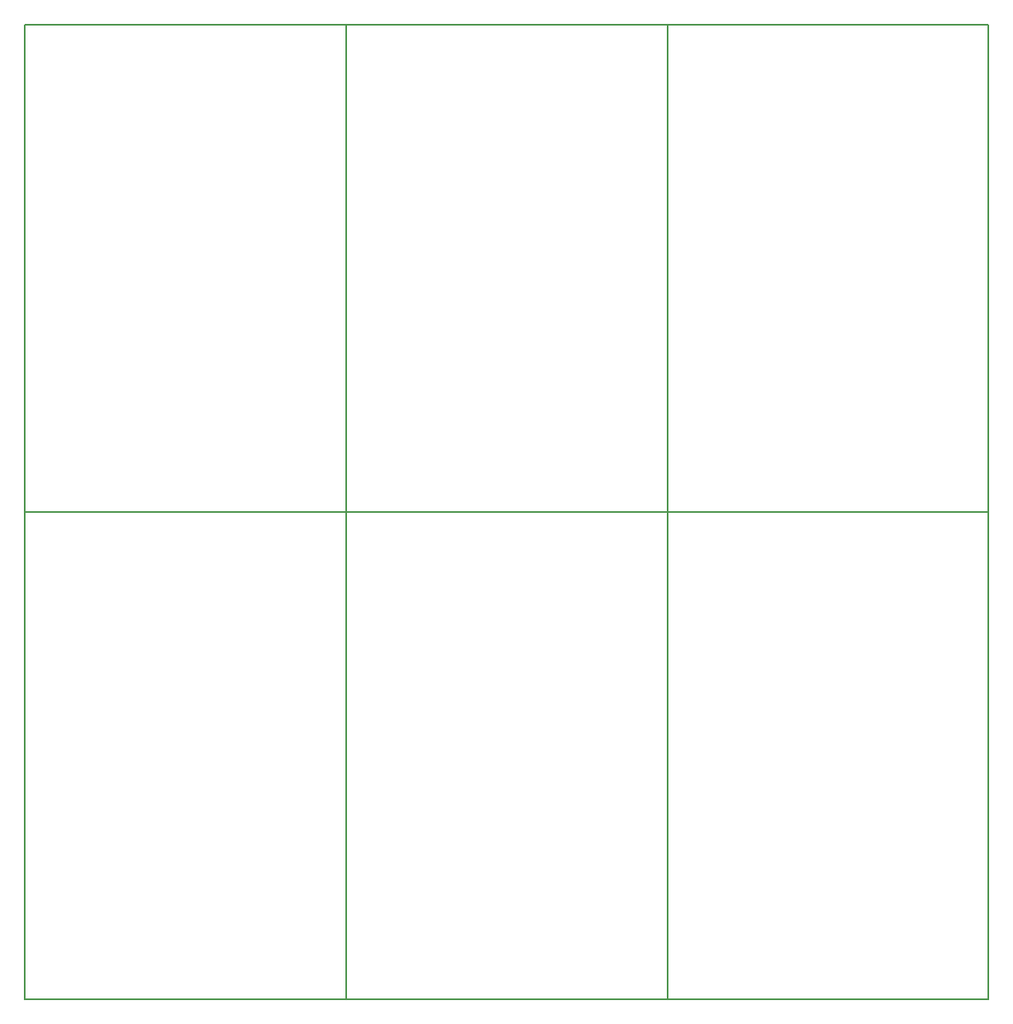
<source format=gm1>
G04 #@! TF.GenerationSoftware,KiCad,Pcbnew,5.0.2-bee76a0~70~ubuntu16.04.1*
G04 #@! TF.CreationDate,2019-12-01T11:56:29+01:00*
G04 #@! TF.ProjectId,RF_24G_Gateway,52465f32-3447-45f4-9761-74657761792e,rev?*
G04 #@! TF.SameCoordinates,Original*
G04 #@! TF.FileFunction,Profile,NP*
%FSLAX46Y46*%
G04 Gerber Fmt 4.6, Leading zero omitted, Abs format (unit mm)*
G04 Created by KiCad (PCBNEW 5.0.2-bee76a0~70~ubuntu16.04.1) date Sun 01 Dec 2019 11:56:29 AM CET*
%MOMM*%
%LPD*%
G01*
G04 APERTURE LIST*
%ADD10C,0.150000*%
G04 APERTURE END LIST*
D10*
X166000000Y-100000000D02*
X133000000Y-100000000D01*
X166000000Y-50000000D02*
X166000000Y-100000000D01*
X199000000Y-50000000D02*
X199000000Y-100000000D01*
X133000000Y-50000000D02*
X133000000Y-100000000D01*
X133000000Y-50000000D02*
X133000000Y-100000000D01*
X133000000Y-100000000D02*
X100000000Y-100000000D01*
X100000000Y-50000000D02*
X100000000Y-100000000D01*
X166000000Y-50000000D02*
X166000000Y-100000000D01*
X133000000Y-50000000D02*
X100000000Y-50000000D01*
X199000000Y-50000000D02*
X166000000Y-50000000D01*
X199000000Y-100000000D02*
X166000000Y-100000000D01*
X166000000Y-50000000D02*
X133000000Y-50000000D01*
X199000000Y-150000000D02*
X166000000Y-150000000D01*
X199000000Y-100000000D02*
X199000000Y-150000000D01*
X166000000Y-100000000D02*
X166000000Y-150000000D01*
X199000000Y-100000000D02*
X166000000Y-100000000D01*
X166000000Y-100000000D02*
X166000000Y-150000000D01*
X166000000Y-150000000D02*
X133000000Y-150000000D01*
X133000000Y-100000000D02*
X133000000Y-150000000D01*
X166000000Y-100000000D02*
X133000000Y-100000000D01*
X100000000Y-100000000D02*
X100000000Y-150000000D01*
X133000000Y-100000000D02*
X133000000Y-150000000D01*
X133000000Y-100000000D02*
X100000000Y-100000000D01*
X133000000Y-150000000D02*
X100000000Y-150000000D01*
M02*

</source>
